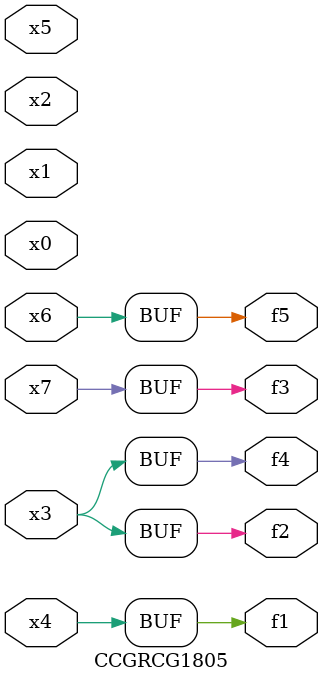
<source format=v>
module CCGRCG1805(
	input x0, x1, x2, x3, x4, x5, x6, x7,
	output f1, f2, f3, f4, f5
);
	assign f1 = x4;
	assign f2 = x3;
	assign f3 = x7;
	assign f4 = x3;
	assign f5 = x6;
endmodule

</source>
